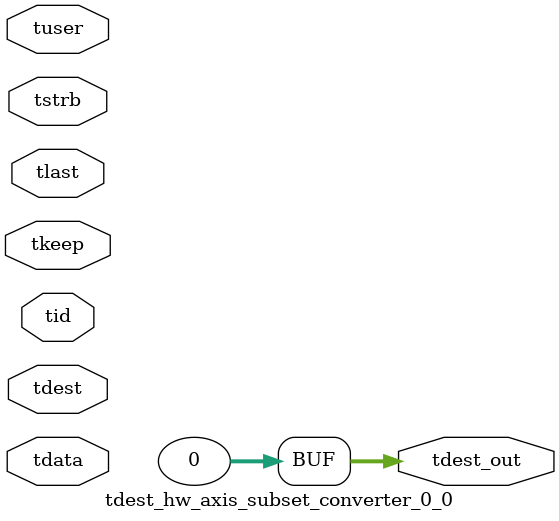
<source format=v>


`timescale 1ps/1ps

module tdest_hw_axis_subset_converter_0_0 #
(
parameter C_S_AXIS_TDATA_WIDTH = 32,
parameter C_S_AXIS_TUSER_WIDTH = 0,
parameter C_S_AXIS_TID_WIDTH   = 0,
parameter C_S_AXIS_TDEST_WIDTH = 0,
parameter C_M_AXIS_TDEST_WIDTH = 32
)
(
input  [(C_S_AXIS_TDATA_WIDTH == 0 ? 1 : C_S_AXIS_TDATA_WIDTH)-1:0     ] tdata,
input  [(C_S_AXIS_TUSER_WIDTH == 0 ? 1 : C_S_AXIS_TUSER_WIDTH)-1:0     ] tuser,
input  [(C_S_AXIS_TID_WIDTH   == 0 ? 1 : C_S_AXIS_TID_WIDTH)-1:0       ] tid,
input  [(C_S_AXIS_TDEST_WIDTH == 0 ? 1 : C_S_AXIS_TDEST_WIDTH)-1:0     ] tdest,
input  [(C_S_AXIS_TDATA_WIDTH/8)-1:0 ] tkeep,
input  [(C_S_AXIS_TDATA_WIDTH/8)-1:0 ] tstrb,
input                                                                    tlast,
output [C_M_AXIS_TDEST_WIDTH-1:0] tdest_out
);

assign tdest_out = {1'b0};

endmodule


</source>
